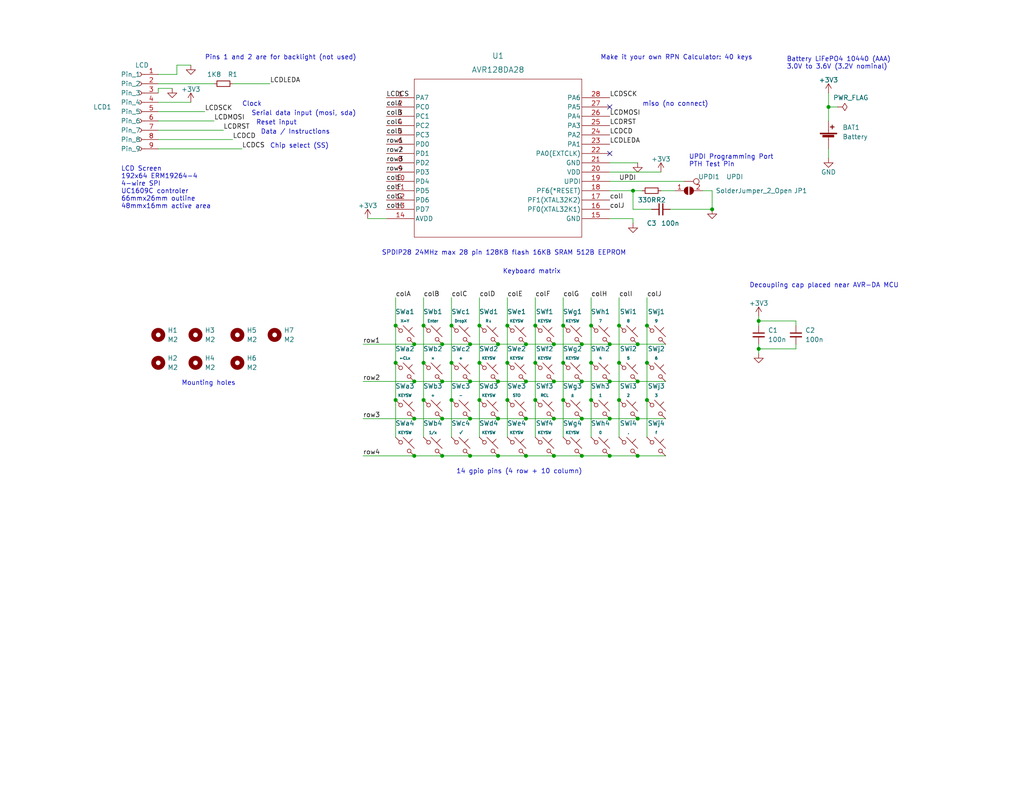
<source format=kicad_sch>
(kicad_sch (version 20211123) (generator eeschema)
  (paper "USLetter")
  (title_block (title "MiyoCalc40") (rev "1.0"))
  (lib_symbols
    (symbol "Connector:Conn_01x09_Female" (pin_names (offset 1.016))
      (property "Reference" "J" (at 0 12.7 0))
      (property "Value" "Conn_01x09_Female" (at 0 -12.7 0))
      (symbol "Conn_01x09_Female_1_1"
        (arc (start 0 -9.652) (mid -0.508 -10.16) (end 0 -10.668) (stroke (width 0.1524)))
        (arc (start 0 -7.112) (mid -0.508 -7.62) (end 0 -8.128) (stroke (width 0.1524)))
        (arc (start 0 -4.572) (mid -0.508 -5.08) (end 0 -5.588) (stroke (width 0.1524)))
        (arc (start 0 -2.032) (mid -0.508 -2.54) (end 0 -3.048) (stroke (width 0.1524)))
        (polyline (pts (xy -1.27 -10.16) (xy -0.508 -10.16)) (stroke (width 0.1524)))
        (polyline (pts (xy -1.27 -7.62) (xy -0.508 -7.62)) (stroke (width 0.1524)))
        (polyline (pts (xy -1.27 -5.08) (xy -0.508 -5.08)) (stroke (width 0.1524)))
        (polyline (pts (xy -1.27 -2.54) (xy -0.508 -2.54)) (stroke (width 0.1524)))
        (polyline (pts (xy -1.27 0) (xy -0.508 0)) (stroke (width 0.1524)))
        (polyline (pts (xy -1.27 2.54) (xy -0.508 2.54)) (stroke (width 0.1524)))
        (polyline (pts (xy -1.27 5.08) (xy -0.508 5.08)) (stroke (width 0.1524)))
        (polyline (pts (xy -1.27 7.62) (xy -0.508 7.62)) (stroke (width 0.1524)))
        (polyline (pts (xy -1.27 10.16) (xy -0.508 10.16)) (stroke (width 0.1524)))
        (arc (start 0 0.508) (mid -0.508 0) (end 0 -0.508) (stroke (width 0.1524)))
        (arc (start 0 3.048) (mid -0.508 2.54) (end 0 2.032) (stroke (width 0.1524)))
        (arc (start 0 5.588) (mid -0.508 5.08) (end 0 4.572) (stroke (width 0.1524)))
        (arc (start 0 8.128) (mid -0.508 7.62) (end 0 7.112) (stroke (width 0.1524)))
        (arc (start 0 10.668) (mid -0.508 10.16) (end 0 9.652) (stroke (width 0.1524)))
        (pin passive line (at -5.08 10.16 0) (length 3.81) (name "Pin_1") (number "1"))
        (pin passive line (at -5.08 7.62 0) (length 3.81) (name "Pin_2") (number "2"))
        (pin passive line (at -5.08 5.08 0) (length 3.81) (name "Pin_3") (number "3"))
        (pin passive line (at -5.08 2.54 0) (length 3.81) (name "Pin_4") (number "4"))
        (pin passive line (at -5.08 0 0) (length 3.81) (name "Pin_5") (number "5"))
        (pin passive line (at -5.08 -2.54 0) (length 3.81) (name "Pin_6") (number "6"))
        (pin passive line (at -5.08 -5.08 0) (length 3.81) (name "Pin_7") (number "7"))
        (pin passive line (at -5.08 -7.62 0) (length 3.81) (name "Pin_8") (number "8"))
        (pin passive line (at -5.08 -10.16 0) (length 3.81) (name "Pin_9") (number "9"))
      )
    )
    (symbol "Connector:TestPoint" (pin_numbers hide) (pin_names (offset 0.762) hide)
      (property "Reference" "TP" (at 0 6.858 0))
      (property "Value" "TestPoint" (at 0 5.08 0))
      (symbol "TestPoint_0_1"
        (circle (center 0 3.302) (radius 0.762))
      )
      (symbol "TestPoint_1_1"
        (pin passive line (at 0 0 90) (length 2.54) (name "1") (number "1"))
      )
    )
    (symbol "Device:Battery_Cell" (pin_numbers hide) (pin_names (offset 0) hide)
      (property "Reference" "BT" (at 2.54 2.54 0))
      (property "Value" "Battery_Cell" (at 2.54 0 0))
      (symbol "Battery_Cell_0_1"
        (rectangle (start -2.286 1.778) (end 2.286 1.524) (fill (type outline)))
        (rectangle (start -1.5748 1.1938) (end 1.4732 0.6858) (fill (type outline)))
        (polyline (pts (xy 0 0.762) (xy 0 0)))
        (polyline (pts (xy 0 1.778) (xy 0 2.54)))
        (polyline (pts (xy 0.508 3.429) (xy 1.524 3.429)) (stroke (width 0.254)))
        (polyline (pts (xy 1.016 3.937) (xy 1.016 2.921)) (stroke (width 0.254)))
      )
      (symbol "Battery_Cell_1_1"
        (pin passive line (at 0 5.08 270) (length 2.54) (name "+") (number "1"))
        (pin passive line (at 0 -2.54 90) (length 2.54) (name "-") (number "2"))
      )
    )
    (symbol "Jumper:SolderJumper_2_Open" (pin_names (offset 0) hide)
      (property "Reference" "JP" (at 0 2.032 0))
      (property "Value" "SolderJumper_2_Open" (at 0 -2.54 0))
      (symbol "SolderJumper_2_Open_0_1"
        (arc (start -0.254 1.016) (mid -1.27 0) (end -0.254 -1.016))
        (arc (start -0.254 1.016) (mid -1.27 0) (end -0.254 -1.016) (fill (type outline)))
        (polyline (pts (xy -0.254 1.016) (xy -0.254 -1.016)))
        (polyline (pts (xy 0.254 1.016) (xy 0.254 -1.016)))
        (arc (start 0.254 -1.016) (mid 1.27 0) (end 0.254 1.016))
        (arc (start 0.254 -1.016) (mid 1.27 0) (end 0.254 1.016) (fill (type outline)))
      )
      (symbol "SolderJumper_2_Open_1_1"
        (pin passive line (at -3.81 0 0) (length 2.54) (name "A") (number "1"))
        (pin passive line (at 3.81 0 180) (length 2.54) (name "B") (number "2"))
      )
    )
    (symbol "Mechanical:MountingHole" (pin_numbers hide) (pin_names (offset 1.016) hide)
      (property "Reference" "H" (at 0 5.08 0))
      (property "Value" "MountingHole" (at 0 3.175 0))
      (symbol "MountingHole_0_1"
        (circle (center 0 0) (radius 1.27) (stroke (width 1.27)))
      )
    )
    (symbol "MiyoCalcSymbolLibrary:AVR128DA28-I_SP" (pin_names (offset 0.254))
      (property "Reference" "U1" (at 30.48 11.43 0))
      (property "Value" "AVR128DA28-I_SP" (at 30.48 7.62 0))
      (symbol "AVR128DA28-I_SP_0_1"
        (polyline (pts (xy 7.62 -38.1) (xy 53.34 -38.1)) (stroke (width 0.127)))
        (polyline (pts (xy 7.62 5.08) (xy 7.62 -38.1)) (stroke (width 0.127)))
        (polyline (pts (xy 53.34 -38.1) (xy 53.34 5.08)) (stroke (width 0.127)))
        (polyline (pts (xy 53.34 5.08) (xy 7.62 5.08)) (stroke (width 0.127)))
        (pin bidirectional line (at 0 0 0) (length 7.62) (name "PA7") (number "1"))
        (pin bidirectional line (at 0 -22.86 0) (length 7.62) (name "PD4") (number "10"))
        (pin bidirectional line (at 0 -25.4 0) (length 7.62) (name "PD5") (number "11"))
        (pin bidirectional line (at 0 -27.94 0) (length 7.62) (name "PD6") (number "12"))
        (pin bidirectional line (at 0 -30.48 0) (length 7.62) (name "PD7") (number "13"))
        (pin power_in line (at 0 -33.02 0) (length 7.62) (name "AVDD") (number "14"))
        (pin passive line (at 60.96 -33.02 180) (length 7.62) (name "GND") (number "15"))
        (pin bidirectional line (at 60.96 -30.48 180) (length 7.62) (name "PF0(XTAL32K1)") (number "16"))
        (pin bidirectional line (at 60.96 -27.94 180) (length 7.62) (name "PF1(XTAL32K2)") (number "17"))
        (pin bidirectional line (at 60.96 -25.4 180) (length 7.62) (name "PF6(*RESET)") (number "18"))
        (pin bidirectional line (at 60.96 -22.86 180) (length 7.62) (name "UPDI") (number "19"))
        (pin bidirectional line (at 0 -2.54 0) (length 7.62) (name "PC0") (number "2"))
        (pin power_in line (at 60.96 -20.32 180) (length 7.62) (name "VDD") (number "20"))
        (pin power_out line (at 60.96 -17.78 180) (length 7.62) (name "GND") (number "21"))
        (pin bidirectional line (at 60.96 -15.24 180) (length 7.62) (name "PA0(EXTCLK)") (number "22"))
        (pin bidirectional line (at 60.96 -12.7 180) (length 7.62) (name "PA1") (number "23"))
        (pin bidirectional line (at 60.96 -10.16 180) (length 7.62) (name "PA2") (number "24"))
        (pin bidirectional line (at 60.96 -7.62 180) (length 7.62) (name "PA3") (number "25"))
        (pin bidirectional line (at 60.96 -5.08 180) (length 7.62) (name "PA4") (number "26"))
        (pin bidirectional line (at 60.96 -2.54 180) (length 7.62) (name "PA5") (number "27"))
        (pin bidirectional line (at 60.96 0 180) (length 7.62) (name "PA6") (number "28"))
        (pin bidirectional line (at 0 -5.08 0) (length 7.62) (name "PC1") (number "3"))
        (pin bidirectional line (at 0 -7.62 0) (length 7.62) (name "PC2") (number "4"))
        (pin bidirectional line (at 0 -10.16 0) (length 7.62) (name "PC3") (number "5"))
        (pin bidirectional line (at 0 -12.7 0) (length 7.62) (name "PD0") (number "6"))
        (pin bidirectional line (at 0 -15.24 0) (length 7.62) (name "PD1") (number "7"))
        (pin bidirectional line (at 0 -17.78 0) (length 7.62) (name "PD2") (number "8"))
        (pin bidirectional line (at 0 -20.32 0) (length 7.62) (name "PD3") (number "9"))
      )
    )
    (symbol "MiyoCalcSymbolLibrary:C_Small" (pin_numbers hide) (pin_names (offset 0.254) hide)
      (property "Reference" "C" (at 0.254 1.778 0))
      (property "Value" "C_Small" (at 0.254 -2.032 0))
      (symbol "C_Small_0_1"
        (polyline (pts (xy -1.524 -0.508) (xy 1.524 -0.508)) (stroke (width 0.3302)))
        (polyline (pts (xy -1.524 0.508) (xy 1.524 0.508)) (stroke (width 0.3048)))
      )
      (symbol "C_Small_1_1"
        (pin passive line (at 0 2.54 270) (length 2.032) (name "~") (number "1"))
        (pin passive line (at 0 -2.54 90) (length 2.032) (name "~") (number "2"))
      )
    )
    (symbol "MiyoCalcSymbolLibrary:Device_R_Small" (pin_numbers hide) (pin_names (offset 0.254) hide)
      (property "Reference" "R" (at 0.762 0.508 0))
      (property "Value" "Device_R_Small" (at 0.762 -1.016 0))
      (symbol "Device_R_Small_0_1"
        (rectangle (start -0.762 1.778) (end 0.762 -1.778) (stroke (width 0.2032)))
      )
      (symbol "Device_R_Small_1_1"
        (pin passive line (at 0 2.54 270) (length 0.762) (name "~") (number "1"))
        (pin passive line (at 0 -2.54 90) (length 0.762) (name "~") (number "2"))
      )
    )
    (symbol "MountingHole_1" (pin_names (offset 1.016))
      (property "Reference" "H" (at 0 5.08 0))
      (property "Value" "MountingHole_1" (at 0 3.175 0))
      (symbol "MountingHole_1_0_1"
        (circle (center 0 0) (radius 1.27) (stroke (width 1.27)))
      )
    )
    (symbol "Switch:SW_Push_45deg" (pin_numbers hide) (pin_names (offset 1.016) hide)
      (property "Reference" "SW" (at 3.048 1.016 0))
      (property "Value" "SW_Push_45deg" (at 0 -3.81 0))
      (symbol "SW_Push_45deg_0_1"
        (circle (center -1.1684 1.1684) (radius 0.508))
        (polyline (pts (xy -0.508 2.54) (xy 2.54 -0.508)))
        (polyline (pts (xy 1.016 1.016) (xy 2.032 2.032)))
        (polyline (pts (xy -2.54 2.54) (xy -1.524 1.524) (xy -1.524 1.524)))
        (polyline (pts (xy 1.524 -1.524) (xy 2.54 -2.54) (xy 2.54 -2.54) (xy 2.54 -2.54)))
        (circle (center 1.143 -1.1938) (radius 0.508))
        (pin passive line (at -2.54 2.54 0) (length 0) (name "1") (number "1"))
        (pin passive line (at 2.54 -2.54 180) (length 0) (name "2") (number "2"))
      )
    )
    (symbol "power:+3.3V" (power) (pin_names (offset 0))
      (property "Value" "+3.3V" (at 0 3.556 0))
      (symbol "+3.3V_0_1"
        (polyline (pts (xy -0.762 1.27) (xy 0 2.54)))
        (polyline (pts (xy 0 0) (xy 0 2.54)))
        (polyline (pts (xy 0 2.54) (xy 0.762 1.27)))
      )
      (symbol "+3.3V_1_1"
        (pin power_in line (at 0 0 90) (length 0) hide (name "+3V3") (number "1"))
      )
    )
    (symbol "power:GND" (power) (pin_names (offset 0))
      (property "Value" "GND" (at 0 -3.81 0))
      (symbol "GND_0_1"
        (polyline (pts (xy 0 0) (xy 0 -1.27) (xy 1.27 -1.27) (xy 0 -2.54) (xy -1.27 -1.27) (xy 0 -1.27)))
      )
      (symbol "GND_1_1"
        (pin power_in line (at 0 0 270) (length 0) hide (name "GND") (number "1"))
      )
    )
    (symbol "power:PWR_FLAG" (power) (pin_numbers hide) (pin_names (offset 0) hide)
      (property "Value" "PWR_FLAG" (at 0 3.81 0))
      (symbol "PWR_FLAG_0_0"
        (pin power_out line (at 0 0 90) (length 0) (name "pwr") (number "1"))
      )
      (symbol "PWR_FLAG_0_1"
        (polyline (pts (xy 0 0) (xy 0 1.27) (xy -1.016 1.905) (xy 0 2.54) (xy 1.016 1.905) (xy 0 1.27)))
      )
    )
  )
  (junction (at 107.95 99.06))
  (junction (at 226.06 29.21))
  (junction (at 166.37 104.14))
  (junction (at 158.75 93.98))
  (junction (at 135.89 124.46))
  (junction (at 176.53 109.22))
  (junction (at 168.91 99.06))
  (junction (at 166.37 114.3))
  (junction (at 113.03 104.14))
  (junction (at 115.57 99.06))
  (junction (at 138.43 88.9))
  (junction (at 173.99 114.3))
  (junction (at 151.13 104.14))
  (junction (at 176.53 88.9))
  (junction (at 107.95 109.22))
  (junction (at 128.27 114.3))
  (junction (at 151.13 114.3))
  (junction (at 135.89 104.14))
  (junction (at 135.89 93.98))
  (junction (at 172.72 52.07))
  (junction (at 158.75 104.14))
  (junction (at 166.37 93.98))
  (junction (at 153.67 109.22))
  (junction (at 113.03 124.46))
  (junction (at 128.27 93.98))
  (junction (at 173.99 104.14))
  (junction (at 176.53 99.06))
  (junction (at 143.51 124.46))
  (junction (at 207.01 95.25))
  (junction (at 173.99 93.98))
  (junction (at 128.27 124.46))
  (junction (at 143.51 104.14))
  (junction (at 151.13 93.98))
  (junction (at 194.31 57.15))
  (junction (at 107.95 88.9))
  (junction (at 143.51 114.3))
  (junction (at 113.03 93.98))
  (junction (at 115.57 109.22))
  (junction (at 153.67 88.9))
  (junction (at 173.99 124.46))
  (junction (at 135.89 114.3))
  (junction (at 113.03 114.3))
  (junction (at 130.81 109.22))
  (junction (at 120.65 124.46))
  (junction (at 138.43 99.06))
  (junction (at 120.65 93.98))
  (junction (at 130.81 88.9))
  (junction (at 161.29 99.06))
  (junction (at 153.67 99.06))
  (junction (at 166.37 124.46))
  (junction (at 161.29 88.9))
  (junction (at 143.51 93.98))
  (junction (at 168.91 88.9))
  (junction (at 123.19 109.22))
  (junction (at 151.13 124.46))
  (junction (at 130.81 99.06))
  (junction (at 123.19 88.9))
  (junction (at 161.29 109.22))
  (junction (at 128.27 104.14))
  (junction (at 123.19 99.06))
  (junction (at 146.05 88.9))
  (junction (at 138.43 109.22))
  (junction (at 120.65 114.3))
  (junction (at 158.75 114.3))
  (junction (at 158.75 124.46))
  (junction (at 115.57 88.9))
  (junction (at 207.01 87.63))
  (junction (at 146.05 109.22))
  (junction (at 168.91 109.22))
  (junction (at 146.05 99.06))
  (junction (at 120.65 104.14))
  (no_connect (at 166.37 29.21))
  (no_connect (at 166.37 41.91))
  (wire (pts (xy 158.75 114.3) (xy 166.37 114.3)))
  (wire (pts (xy 143.51 104.14) (xy 151.13 104.14)))
  (wire (pts (xy 168.91 81.28) (xy 168.91 88.9)))
  (wire (pts (xy 43.18 27.94) (xy 52.07 27.94)))
  (wire (pts (xy 207.01 86.36) (xy 207.01 87.63)))
  (wire (pts (xy 99.06 124.46) (xy 113.03 124.46)))
  (wire (pts (xy 146.05 88.9) (xy 146.05 99.06)))
  (wire (pts (xy 135.89 93.98) (xy 143.51 93.98)))
  (wire (pts (xy 43.18 30.48) (xy 55.88 30.48)))
  (wire (pts (xy 173.99 124.46) (xy 181.61 124.46)))
  (wire (pts (xy 166.37 59.69) (xy 172.72 59.69)))
  (wire (pts (xy 107.95 88.9) (xy 107.95 99.06)))
  (wire (pts (xy 135.89 114.3) (xy 143.51 114.3)))
  (wire (pts (xy 217.17 87.63) (xy 217.17 88.9)))
  (wire (pts (xy 135.89 124.46) (xy 143.51 124.46)))
  (wire (pts (xy 107.95 99.06) (xy 107.95 109.22)))
  (wire (pts (xy 123.19 99.06) (xy 123.19 109.22)))
  (wire (pts (xy 172.72 52.07) (xy 172.72 57.15)))
  (wire (pts (xy 158.75 124.46) (xy 166.37 124.46)))
  (wire (pts (xy 115.57 88.9) (xy 115.57 99.06)))
  (wire (pts (xy 166.37 93.98) (xy 173.99 93.98)))
  (wire (pts (xy 123.19 81.28) (xy 123.19 88.9)))
  (wire (pts (xy 191.77 52.07) (xy 194.31 52.07)))
  (wire (pts (xy 207.01 95.25) (xy 207.01 96.52)))
  (wire (pts (xy 113.03 124.46) (xy 120.65 124.46)))
  (wire (pts (xy 146.05 81.28) (xy 146.05 88.9)))
  (wire (pts (xy 194.31 52.07) (xy 194.31 57.15)))
  (wire (pts (xy 130.81 81.28) (xy 130.81 88.9)))
  (wire (pts (xy 161.29 88.9) (xy 161.29 99.06)))
  (wire (pts (xy 63.5 22.86) (xy 73.66 22.86)))
  (wire (pts (xy 135.89 104.14) (xy 143.51 104.14)))
  (wire (pts (xy 176.53 88.9) (xy 176.53 99.06)))
  (wire (pts (xy 120.65 93.98) (xy 128.27 93.98)))
  (wire (pts (xy 173.99 93.98) (xy 181.61 93.98)))
  (wire (pts (xy 128.27 104.14) (xy 135.89 104.14)))
  (wire (pts (xy 168.91 88.9) (xy 168.91 99.06)))
  (wire (pts (xy 123.19 109.22) (xy 123.19 119.38)))
  (wire (pts (xy 138.43 81.28) (xy 138.43 88.9)))
  (wire (pts (xy 128.27 114.3) (xy 135.89 114.3)))
  (wire (pts (xy 128.27 124.46) (xy 135.89 124.46)))
  (wire (pts (xy 43.18 33.02) (xy 58.42 33.02)))
  (wire (pts (xy 168.91 99.06) (xy 168.91 109.22)))
  (wire (pts (xy 115.57 81.28) (xy 115.57 88.9)))
  (wire (pts (xy 172.72 57.15) (xy 177.8 57.15)))
  (wire (pts (xy 43.18 24.13) (xy 46.99 24.13)))
  (wire (pts (xy 166.37 104.14) (xy 173.99 104.14)))
  (wire (pts (xy 43.18 22.86) (xy 58.42 22.86)))
  (wire (pts (xy 153.67 99.06) (xy 153.67 109.22)))
  (wire (pts (xy 48.26 20.32) (xy 48.26 17.78)))
  (wire (pts (xy 151.13 124.46) (xy 158.75 124.46)))
  (wire (pts (xy 151.13 104.14) (xy 158.75 104.14)))
  (wire (pts (xy 43.18 25.4) (xy 43.18 24.13)))
  (wire (pts (xy 99.06 114.3) (xy 113.03 114.3)))
  (wire (pts (xy 207.01 88.9) (xy 207.01 87.63)))
  (wire (pts (xy 158.75 93.98) (xy 166.37 93.98)))
  (wire (pts (xy 153.67 109.22) (xy 153.67 119.38)))
  (wire (pts (xy 143.51 93.98) (xy 151.13 93.98)))
  (wire (pts (xy 166.37 44.45) (xy 173.99 44.45)))
  (wire (pts (xy 43.18 40.64) (xy 66.04 40.64)))
  (wire (pts (xy 166.37 124.46) (xy 173.99 124.46)))
  (wire (pts (xy 166.37 49.53) (xy 186.69 49.53)))
  (wire (pts (xy 180.34 52.07) (xy 184.15 52.07)))
  (wire (pts (xy 138.43 88.9) (xy 138.43 99.06)))
  (wire (pts (xy 153.67 81.28) (xy 153.67 88.9)))
  (wire (pts (xy 138.43 109.22) (xy 138.43 119.38)))
  (wire (pts (xy 173.99 104.14) (xy 181.61 104.14)))
  (wire (pts (xy 138.43 99.06) (xy 138.43 109.22)))
  (wire (pts (xy 107.95 109.22) (xy 107.95 119.38)))
  (wire (pts (xy 43.18 38.1) (xy 63.5 38.1)))
  (wire (pts (xy 43.18 20.32) (xy 48.26 20.32)))
  (wire (pts (xy 115.57 109.22) (xy 115.57 119.38)))
  (wire (pts (xy 226.06 29.21) (xy 226.06 33.02)))
  (wire (pts (xy 166.37 52.07) (xy 172.72 52.07)))
  (wire (pts (xy 143.51 124.46) (xy 151.13 124.46)))
  (wire (pts (xy 176.53 99.06) (xy 176.53 109.22)))
  (wire (pts (xy 176.53 109.22) (xy 176.53 119.38)))
  (wire (pts (xy 128.27 93.98) (xy 135.89 93.98)))
  (wire (pts (xy 143.51 114.3) (xy 151.13 114.3)))
  (wire (pts (xy 161.29 99.06) (xy 161.29 109.22)))
  (wire (pts (xy 158.75 104.14) (xy 166.37 104.14)))
  (wire (pts (xy 207.01 87.63) (xy 217.17 87.63)))
  (wire (pts (xy 207.01 95.25) (xy 217.17 95.25)))
  (wire (pts (xy 130.81 109.22) (xy 130.81 119.38)))
  (wire (pts (xy 146.05 99.06) (xy 146.05 109.22)))
  (wire (pts (xy 207.01 93.98) (xy 207.01 95.25)))
  (wire (pts (xy 130.81 99.06) (xy 130.81 109.22)))
  (wire (pts (xy 100.33 59.69) (xy 105.41 59.69)))
  (wire (pts (xy 172.72 59.69) (xy 172.72 60.96)))
  (wire (pts (xy 226.06 40.64) (xy 226.06 43.18)))
  (wire (pts (xy 228.6 29.21) (xy 226.06 29.21)))
  (wire (pts (xy 120.65 114.3) (xy 128.27 114.3)))
  (wire (pts (xy 151.13 114.3) (xy 158.75 114.3)))
  (wire (pts (xy 99.06 93.98) (xy 113.03 93.98)))
  (wire (pts (xy 151.13 93.98) (xy 158.75 93.98)))
  (wire (pts (xy 107.95 81.28) (xy 107.95 88.9)))
  (wire (pts (xy 48.26 17.78) (xy 52.07 17.78)))
  (wire (pts (xy 120.65 124.46) (xy 128.27 124.46)))
  (wire (pts (xy 182.88 57.15) (xy 194.31 57.15)))
  (wire (pts (xy 113.03 93.98) (xy 120.65 93.98)))
  (wire (pts (xy 43.18 35.56) (xy 60.96 35.56)))
  (wire (pts (xy 226.06 25.4) (xy 226.06 29.21)))
  (wire (pts (xy 123.19 88.9) (xy 123.19 99.06)))
  (wire (pts (xy 120.65 104.14) (xy 128.27 104.14)))
  (wire (pts (xy 113.03 104.14) (xy 120.65 104.14)))
  (wire (pts (xy 153.67 88.9) (xy 153.67 99.06)))
  (wire (pts (xy 161.29 81.28) (xy 161.29 88.9)))
  (wire (pts (xy 217.17 95.25) (xy 217.17 93.98)))
  (wire (pts (xy 130.81 88.9) (xy 130.81 99.06)))
  (wire (pts (xy 166.37 46.99) (xy 180.34 46.99)))
  (wire (pts (xy 176.53 81.28) (xy 176.53 88.9)))
  (wire (pts (xy 168.91 109.22) (xy 168.91 119.38)))
  (wire (pts (xy 173.99 114.3) (xy 181.61 114.3)))
  (wire (pts (xy 161.29 109.22) (xy 161.29 119.38)))
  (wire (pts (xy 99.06 104.14) (xy 113.03 104.14)))
  (wire (pts (xy 166.37 114.3) (xy 173.99 114.3)))
  (wire (pts (xy 115.57 99.06) (xy 115.57 109.22)))
  (wire (pts (xy 172.72 52.07) (xy 175.26 52.07)))
  (wire (pts (xy 146.05 109.22) (xy 146.05 119.38)))
  (wire (pts (xy 113.03 114.3) (xy 120.65 114.3)))
  (text "Pins 1 and 2 are for backlight (not used)" (at 55.88 16.51 0) (effects (font (size 1.27 1.27)) (justify left bottom)))
  (text "miso (no connect)" (at 175.26 29.21 0) (effects (font (size 1.27 1.27)) (justify left bottom)))
  (text "Battery LiFePO4 10440 (AAA)\n3.0V to 3.6V (3.2V nominal)" (at 214.63 19.05 0) (effects (font (size 1.27 1.27)) (justify left bottom)))
  (text "Decoupling cap placed near AVR-DA MCU" (at 204.47 78.74 0) (effects (font (size 1.27 1.27)) (justify left bottom)))
  (text "Clock" (at 66.04 29.21 0) (effects (font (size 1.27 1.27)) (justify left bottom)))
  (text "Make it your own RPN Calculator: 40 keys" (at 163.83 16.51 0) (effects (font (size 1.27 1.27)) (justify left bottom)))
  (text "Data / Instructions" (at 71.12 36.83 0) (effects (font (size 1.27 1.27)) (justify left bottom)))
  (text "Reset input" (at 69.85 34.29 0) (effects (font (size 1.27 1.27)) (justify left bottom)))
  (text "14 gpio pins (4 row + 10 column)" (at 124.46 129.54 0) (effects (font (size 1.27 1.27)) (justify left bottom)))
  (text "LCD Screen\n192x64 ERM19264-4\n4-wire SPI\nUC1609C controler\n66mmx26mm outline\n48mmx16mm active area" (at 33.02 57.15 0) (effects (font (size 1.27 1.27)) (justify left bottom)))
  (text "UPDI Programming Port\nPTH Test Pin" (at 187.96 45.72 0) (effects (font (size 1.27 1.27)) (justify left bottom)))
  (text "Serial data input (mosi, sda)" (at 68.58 31.75 0) (effects (font (size 1.27 1.27)) (justify left bottom)))
  (text "Keyboard matrix" (at 137.16 74.93 0) (effects (font (size 1.27 1.27)) (justify left bottom)))
  (text "Mounting holes" (at 49.53 105.41 0) (effects (font (size 1.27 1.27)) (justify left bottom)))
  (text "SPDIP28 24MHz max 28 pin 128KB flash 16KB SRAM 512B EEPROM" (at 104.14 69.85 0) (effects (font (size 1.27 1.27)) (justify left bottom)))
  (text "Chip select (SS)" (at 73.66 40.64 0) (effects (font (size 1.27 1.27)) (justify left bottom)))
  (label "row2" (at 105.41 41.91 0))
  (label "LCDMOSI" (at 58.42 33.02 0))
  (label "colG" (at 105.41 54.61 0))
  (label "colJ" (at 176.53 81.28 0))
  (label "LCDCS" (at 105.41 26.67 0))
  (label "colH" (at 105.41 57.15 0))
  (label "colF" (at 105.41 52.07 0))
  (label "colB" (at 105.41 31.75 0))
  (label "colA" (at 105.41 29.21 0))
  (label "row4" (at 105.41 46.99 0))
  (label "colJ" (at 166.37 57.15 0))
  (label "colH" (at 161.29 81.28 0))
  (label "LCDRST" (at 60.96 35.56 0))
  (label "LCDMOSI" (at 166.37 31.75 0))
  (label "colB" (at 115.57 81.28 0))
  (label "row2" (at 99.06 104.14 0))
  (label "row1" (at 99.06 93.98 0))
  (label "LCDRST" (at 166.37 34.29 0))
  (label "LCDLEDA" (at 166.37 39.37 0))
  (label "UPDI" (at 168.91 49.53 0))
  (label "colI" (at 166.37 54.61 0))
  (label "row4" (at 99.06 124.46 0))
  (label "colE" (at 105.41 49.53 0))
  (label "colC" (at 123.19 81.28 0))
  (label "colC" (at 105.41 34.29 0))
  (label "colD" (at 130.81 81.28 0))
  (label "colD" (at 105.41 36.83 0))
  (label "colA" (at 107.95 81.28 0))
  (label "row3" (at 99.06 114.3 0))
  (label "LCDCD" (at 63.5 38.1 0))
  (label "row3" (at 105.41 44.45 0))
  (label "colF" (at 146.05 81.28 0))
  (label "colI" (at 168.91 81.28 0))
  (label "LCDLEDA" (at 73.66 22.86 0))
  (label "LCDCS" (at 66.04 40.64 0))
  (label "LCDSCK" (at 166.37 26.67 0))
  (label "LCDCD" (at 166.37 36.83 0))
  (label "row1" (at 105.41 39.37 0))
  (label "colE" (at 138.43 81.28 0))
  (label "LCDSCK" (at 55.88 30.48 0))
  (label "colG" (at 153.67 81.28 0))
  (symbol (lib_id "Switch:SW_Push_45deg") (at 148.59 111.76 0) (unit 1)
    (property "Reference" "SWf3" (at 148.59 105.41 0))
    (property "Value" "RCL" (at 148.59 107.95 0) (effects (font (size 0.75 0.75))))
    (property "Footprint" "MiyoCalc footprints:SW_PUSH_6mm" (effects hide))
  )
  (symbol (lib_id "Switch:SW_Push_45deg") (at 118.11 121.92 0) (unit 1)
    (property "Reference" "SWb4" (at 118.11 115.57 0))
    (property "Value" "1{slash}x" (at 118.11 118.11 0) (effects (font (size 0.75 0.75))))
    (property "Footprint" "MiyoCalc footprints:SW_PUSH_6mm" (effects hide))
  )
  (symbol (lib_id "Switch:SW_Push_45deg") (at 163.83 121.92 0) (unit 1)
    (property "Reference" "SWh4" (at 163.83 115.57 0))
    (property "Value" "0" (at 163.83 118.11 0) (effects (font (size 0.75 0.75))))
    (property "Footprint" "MiyoCalc footprints:SW_PUSH_6mm" (effects hide))
  )
  (symbol (lib_id "Jumper:SolderJumper_2_Open") (at 187.96 52.07 0) (unit 1)
    (property "Reference" "JP1" (at 218.44 52.07 0))
    (property "Value" "SolderJumper_2_Open" (at 205.74 52.07 0))
    (property "Footprint" "MiyoCalc footprints:Reset Jumper" (effects hide))
  )
  (symbol (lib_id "Switch:SW_Push_45deg") (at 148.59 121.92 0) (unit 1)
    (property "Reference" "SWf4" (at 148.59 115.57 0))
    (property "Value" "KEYSW" (at 148.59 118.11 0) (effects (font (size 0.75 0.75))))
    (property "Footprint" "MiyoCalc footprints:SW_PUSH_6mm" (effects hide))
  )
  (symbol (lib_id "MiyoCalcSymbolLibrary:C_Small") (at 180.34 57.15 90) (unit 1)
    (property "Reference" "C3" (at 177.8 60.96 90))
    (property "Value" "100n" (at 182.88 60.96 90))
    (property "Footprint" "MiyoCalc footprints:C_Disc_D4.3mm_W1.9mm_P5.00mm" (effects hide))
  )
  (symbol (lib_id "Switch:SW_Push_45deg") (at 125.73 101.6 0) (unit 1)
    (property "Reference" "SWc2" (at 125.73 95.25 0))
    (property "Value" "÷" (at 125.73 97.79 0) (effects (font (size 0.75 0.75))))
    (property "Footprint" "MiyoCalc footprints:SW_PUSH_6mm" (effects hide))
  )
  (symbol (lib_id "Switch:SW_Push_45deg") (at 140.97 111.76 0) (unit 1)
    (property "Reference" "SWe3" (at 140.97 105.41 0))
    (property "Value" "STO" (at 140.97 107.95 0) (effects (font (size 0.75 0.75))))
    (property "Footprint" "MiyoCalc footprints:SW_PUSH_6mm" (effects hide))
  )
  (symbol (lib_id "Mechanical:MountingHole") (at 74.93 91.44 0) (unit 1) (in_bom no)
    (property "Reference" "H7" (at 77.47 90.1699 0) (effects (justify left)))
    (property "Value" "M2" (at 77.47 92.7099 0) (effects (justify left)))
    (property "Footprint" "MiyoCalc footprints:MountingHole" (effects hide))
  )
  (symbol (lib_id "Switch:SW_Push_45deg") (at 171.45 121.92 0) (unit 1)
    (property "Reference" "SWi4" (at 171.45 115.57 0))
    (property "Value" "." (at 171.45 118.11 0) (effects (font (size 0.75 0.75))))
    (property "Footprint" "MiyoCalc footprints:SW_PUSH_6mm" (effects hide))
  )
  (symbol (lib_id "Switch:SW_Push_45deg") (at 179.07 121.92 0) (unit 1)
    (property "Reference" "SWj4" (at 179.07 115.57 0))
    (property "Value" "f" (at 179.07 118.11 0) (effects (font (size 0.75 0.75))))
    (property "Footprint" "MiyoCalc footprints:SW_PUSH_6mm" (effects hide))
  )
  (symbol (lib_id "MiyoCalcSymbolLibrary:AVR128DA28-I_SP") (at 105.41 26.67 0) (unit 1)
    (property "Reference" "U1" (at 135.89 15.24 0) (effects (font (size 1.524 1.524))))
    (property "Value" "AVR128DA28" (at 135.89 19.05 0) (effects (font (size 1.524 1.524))))
    (property "Footprint" "MiyoCalc footprints:DIP-28_W7.62mm_Socket" (effects hide))
    (property "Datasheet" "AVR128DA28-I/SP" (effects hide))
  )
  (symbol (lib_id "Switch:SW_Push_45deg") (at 125.73 91.44 0) (unit 1)
    (property "Reference" "SWc1" (at 125.73 85.09 0))
    (property "Value" "DropX" (at 125.73 87.63 0) (effects (font (size 0.75 0.75))))
    (property "Footprint" "MiyoCalc footprints:SW_PUSH_6mm" (effects hide))
  )
  (symbol (lib_id "Switch:SW_Push_45deg") (at 125.73 121.92 0) (unit 1)
    (property "Reference" "SWc4" (at 125.73 115.57 0))
    (property "Value" "√" (at 125.73 118.11 0) (effects (font (size 0.75 0.75))))
    (property "Footprint" "MiyoCalc footprints:SW_PUSH_6mm" (effects hide))
  )
  (symbol (lib_id "Switch:SW_Push_45deg") (at 179.07 91.44 0) (unit 1)
    (property "Reference" "SWj1" (at 179.07 85.09 0))
    (property "Value" "9" (at 179.07 87.63 0) (effects (font (size 0.75 0.75))))
    (property "Footprint" "MiyoCalc footprints:SW_PUSH_6mm" (effects hide))
  )
  (symbol (lib_id "Device:Battery_Cell") (at 226.06 38.1 0) (unit 1)
    (property "Reference" "BAT1" (at 229.87 34.7979 0) (effects (justify left)))
    (property "Value" "Battery" (at 229.87 37.3379 0) (effects (justify left)))
    (property "Footprint" "MiyoCalc footprints:BatteryHolder_AAA" (effects hide))
  )
  (symbol (lib_id "Switch:SW_Push_45deg") (at 179.07 111.76 0) (unit 1)
    (property "Reference" "SWj3" (at 179.07 105.41 0))
    (property "Value" "3" (at 179.07 107.95 0) (effects (font (size 0.75 0.75))))
    (property "Footprint" "MiyoCalc footprints:SW_PUSH_6mm" (effects hide))
  )
  (symbol (lib_id "MiyoCalcSymbolLibrary:C_Small") (at 207.01 91.44 0) (unit 1)
    (property "Reference" "C1" (at 209.55 90.1762 0) (effects (justify left)))
    (property "Value" "100n" (at 209.55 92.7162 0) (effects (justify left)))
    (property "Footprint" "MiyoCalc footprints:C_Disc_D4.3mm_W1.9mm_P5.00mm" (effects hide))
  )
  (symbol (lib_name "MountingHole_1") (lib_id "Mechanical:MountingHole") (at 43.18 99.06 0) (unit 1)
    (property "Reference" "H2" (at 45.72 97.7899 0) (effects (justify left)))
    (property "Value" "M2" (at 45.72 100.3299 0) (effects (justify left)))
    (property "Footprint" "MiyoCalc footprints:MountingHole" (effects hide))
  )
  (symbol (lib_id "power:GND") (at 207.01 96.52 0) (unit 1)
    (property "Reference" "#PWR0102" (effects hide))
    (property "Value" "GND" (effects hide))
  )
  (symbol (lib_id "power:+3.3V") (at 226.06 25.4 0) (unit 1)
    (property "Reference" "#PWR0106" (effects hide))
    (property "Value" "+3.3V" (at 226.06 21.844 0))
  )
  (symbol (lib_id "Switch:SW_Push_45deg") (at 171.45 91.44 0) (unit 1)
    (property "Reference" "SWi1" (at 171.45 85.09 0))
    (property "Value" "8" (at 171.45 87.63 0) (effects (font (size 0.75 0.75))))
    (property "Footprint" "MiyoCalc footprints:SW_PUSH_6mm" (effects hide))
  )
  (symbol (lib_id "MiyoCalcSymbolLibrary:C_Small") (at 217.17 91.44 0) (unit 1)
    (property "Reference" "C2" (at 219.71 90.1762 0) (effects (justify left)))
    (property "Value" "100n" (at 219.71 92.7162 0) (effects (justify left)))
    (property "Footprint" "MiyoCalc footprints:C_Disc_D4.3mm_W1.9mm_P5.00mm" (effects hide))
  )
  (symbol (lib_id "MiyoCalcSymbolLibrary:Device_R_Small") (at 177.8 52.07 90) (unit 1)
    (property "Reference" "R2" (at 180.34 54.61 90))
    (property "Value" "330R" (at 176.53 54.61 90))
    (property "Footprint" "Resistor_THT_AKL:R_Axial_DIN0204_L3.6mm_D1.6mm_P5.08mm_Horizontal" (effects hide))
    (property "Datasheet" "1/6W CFR 5% YAGEO" (effects hide))
  )
  (symbol (lib_id "power:PWR_FLAG") (at 228.6 29.21 270) (unit 1)
    (property "Reference" "#FLG0101" (effects hide))
    (property "Value" "PWR_FLAG" (at 227.33 26.67 90) (effects (justify left)))
  )
  (symbol (lib_id "power:+3.3V") (at 100.33 59.69 0) (unit 1)
    (property "Reference" "#PWR0108" (effects hide))
    (property "Value" "+3.3V" (at 100.33 56.134 0))
  )
  (symbol (lib_id "Switch:SW_Push_45deg") (at 110.49 111.76 0) (unit 1)
    (property "Reference" "SWa3" (at 110.49 105.41 0))
    (property "Value" "KEYSW" (at 110.49 107.95 0) (effects (font (size 0.75 0.75))))
    (property "Footprint" "MiyoCalc footprints:SW_PUSH_6mm" (effects hide))
  )
  (symbol (lib_id "Switch:SW_Push_45deg") (at 163.83 111.76 0) (unit 1)
    (property "Reference" "SWh3" (at 163.83 105.41 0))
    (property "Value" "1" (at 163.83 107.95 0) (effects (font (size 0.75 0.75))))
    (property "Footprint" "MiyoCalc footprints:SW_PUSH_6mm" (effects hide))
  )
  (symbol (lib_id "Mechanical:MountingHole") (at 53.34 91.44 0) (unit 1) (in_bom no)
    (property "Reference" "H3" (at 55.88 90.1699 0) (effects (justify left)))
    (property "Value" "M2" (at 55.88 92.7099 0) (effects (justify left)))
    (property "Footprint" "MiyoCalc footprints:MountingHole" (effects hide))
  )
  (symbol (lib_id "Switch:SW_Push_45deg") (at 140.97 101.6 0) (unit 1)
    (property "Reference" "SWe2" (at 140.97 95.25 0))
    (property "Value" "KEYSW" (at 140.97 97.79 0) (effects (font (size 0.75 0.75))))
    (property "Footprint" "MiyoCalc footprints:SW_PUSH_6mm" (effects hide))
  )
  (symbol (lib_id "Mechanical:MountingHole") (at 64.77 91.44 0) (unit 1) (in_bom no)
    (property "Reference" "H5" (at 67.31 90.1699 0) (effects (justify left)))
    (property "Value" "M2" (at 67.31 92.7099 0) (effects (justify left)))
    (property "Footprint" "MiyoCalc footprints:MountingHole" (effects hide))
  )
  (symbol (lib_id "Switch:SW_Push_45deg") (at 171.45 101.6 0) (unit 1)
    (property "Reference" "SWi2" (at 171.45 95.25 0))
    (property "Value" "5" (at 171.45 97.79 0) (effects (font (size 0.75 0.75))))
    (property "Footprint" "MiyoCalc footprints:SW_PUSH_6mm" (effects hide))
  )
  (symbol (lib_id "Switch:SW_Push_45deg") (at 179.07 101.6 0) (unit 1)
    (property "Reference" "SWj2" (at 179.07 95.25 0))
    (property "Value" "6" (at 179.07 97.79 0) (effects (font (size 0.75 0.75))))
    (property "Footprint" "MiyoCalc footprints:SW_PUSH_6mm" (effects hide))
  )
  (symbol (lib_id "power:+3.3V") (at 180.34 46.99 0) (unit 1)
    (property "Reference" "#PWR0105" (effects hide))
    (property "Value" "+3.3V" (at 180.34 43.434 0))
  )
  (symbol (lib_id "Switch:SW_Push_45deg") (at 133.35 91.44 0) (unit 1)
    (property "Reference" "SWd1" (at 133.35 85.09 0))
    (property "Value" "R↓" (at 133.35 87.63 0) (effects (font (size 0.75 0.75))))
    (property "Footprint" "MiyoCalc footprints:SW_PUSH_6mm" (effects hide))
  )
  (symbol (lib_id "power:+3.3V") (at 207.01 86.36 0) (unit 1)
    (property "Reference" "#PWR0107" (effects hide))
    (property "Value" "+3.3V" (at 207.01 82.804 0))
  )
  (symbol (lib_id "Switch:SW_Push_45deg") (at 140.97 91.44 0) (unit 1)
    (property "Reference" "SWe1" (at 140.97 85.09 0))
    (property "Value" "KEYSW" (at 140.97 87.63 0) (effects (font (size 0.75 0.75))))
    (property "Footprint" "MiyoCalc footprints:SW_PUSH_6mm" (effects hide))
  )
  (symbol (lib_id "power:GND") (at 226.06 43.18 0) (unit 1)
    (property "Reference" "#PWR0103" (effects hide))
    (property "Value" "GND" (at 226.06 46.99 0))
  )
  (symbol (lib_id "Switch:SW_Push_45deg") (at 171.45 111.76 0) (unit 1)
    (property "Reference" "SWi3" (at 171.45 105.41 0))
    (property "Value" "2" (at 171.45 107.95 0) (effects (font (size 0.75 0.75))))
    (property "Footprint" "MiyoCalc footprints:SW_PUSH_6mm" (effects hide))
  )
  (symbol (lib_id "power:GND") (at 52.07 17.78 0) (unit 1)
    (property "Reference" "#PWR0111" (effects hide))
    (property "Value" "GND" (effects hide))
  )
  (symbol (lib_id "Switch:SW_Push_45deg") (at 133.35 101.6 0) (unit 1)
    (property "Reference" "SWd2" (at 133.35 95.25 0))
    (property "Value" "KEYSW" (at 133.35 97.79 0) (effects (font (size 0.75 0.75))))
    (property "Footprint" "MiyoCalc footprints:SW_PUSH_6mm" (effects hide))
  )
  (symbol (lib_id "power:GND") (at 173.99 44.45 0) (unit 1)
    (property "Reference" "#PWR0104" (effects hide))
    (property "Value" "GND" (effects hide))
  )
  (symbol (lib_id "power:GND") (at 194.31 57.15 0) (unit 1)
    (property "Reference" "#PWR0112" (effects hide))
    (property "Value" "GND" (effects hide))
  )
  (symbol (lib_id "Switch:SW_Push_45deg") (at 156.21 111.76 0) (unit 1)
    (property "Reference" "SWg3" (at 156.21 105.41 0))
    (property "Value" "±" (at 156.21 107.95 0) (effects (font (size 0.75 0.75))))
    (property "Footprint" "MiyoCalc footprints:SW_PUSH_6mm" (effects hide))
  )
  (symbol (lib_id "Switch:SW_Push_45deg") (at 156.21 101.6 0) (unit 1)
    (property "Reference" "SWg2" (at 156.21 95.25 0))
    (property "Value" "KEYSW" (at 156.21 97.79 0) (effects (font (size 0.75 0.75))))
    (property "Footprint" "MiyoCalc footprints:SW_PUSH_6mm" (effects hide))
  )
  (symbol (lib_id "Switch:SW_Push_45deg") (at 125.73 111.76 0) (unit 1)
    (property "Reference" "SWc3" (at 125.73 105.41 0))
    (property "Value" "-" (at 125.73 107.95 0) (effects (font (size 0.75 0.75))))
    (property "Footprint" "MiyoCalc footprints:SW_PUSH_6mm" (effects hide))
  )
  (symbol (lib_id "Switch:SW_Push_45deg") (at 156.21 91.44 0) (unit 1)
    (property "Reference" "SWg1" (at 156.21 85.09 0))
    (property "Value" "KEYSW" (at 156.21 87.63 0) (effects (font (size 0.75 0.75))))
    (property "Footprint" "MiyoCalc footprints:SW_PUSH_6mm" (effects hide))
  )
  (symbol (lib_id "power:+3.3V") (at 52.07 27.94 0) (unit 1)
    (property "Reference" "#PWR0109" (effects hide))
    (property "Value" "+3.3V" (at 52.07 24.384 0))
  )
  (symbol (lib_id "Connector:TestPoint") (at 186.69 49.53 270) (unit 1)
    (property "Reference" "UPDI1" (at 190.5 48.2599 90) (effects (justify left)))
    (property "Value" "UPDI" (at 198.12 48.26 90) (effects (justify left)))
    (property "Footprint" "MiyoCalc footprints:UPDI Port" (effects hide))
  )
  (symbol (lib_id "Switch:SW_Push_45deg") (at 156.21 121.92 0) (unit 1)
    (property "Reference" "SWg4" (at 156.21 115.57 0))
    (property "Value" "KEYSW" (at 156.21 118.11 0) (effects (font (size 0.75 0.75))))
    (property "Footprint" "MiyoCalc footprints:SW_PUSH_6mm" (effects hide))
  )
  (symbol (lib_id "Switch:SW_Push_45deg") (at 140.97 121.92 0) (unit 1)
    (property "Reference" "SWe4" (at 140.97 115.57 0))
    (property "Value" "KEYSW" (at 140.97 118.11 0) (effects (font (size 0.75 0.75))))
    (property "Footprint" "MiyoCalc footprints:SW_PUSH_6mm" (effects hide))
  )
  (symbol (lib_id "Connector:Conn_01x09_Female") (at 38.1 30.48 0) (mirror y) (unit 1)
    (property "Reference" "LCD1" (at 27.94 29.21 0))
    (property "Value" "LCD" (at 38.735 17.78 0))
    (property "Footprint" "Connector_PinSocket_2.54mm:PinSocket_1x09_P2.54mm_Vertical" (effects hide))
  )
  (symbol (lib_id "power:GND") (at 172.72 60.96 0) (unit 1)
    (property "Reference" "#PWR0101" (effects hide))
    (property "Value" "GND" (effects hide))
  )
  (symbol (lib_id "Switch:SW_Push_45deg") (at 133.35 121.92 0) (unit 1)
    (property "Reference" "SWd4" (at 133.35 115.57 0))
    (property "Value" "KEYSW" (at 133.35 118.11 0) (effects (font (size 0.75 0.75))))
    (property "Footprint" "MiyoCalc footprints:SW_PUSH_6mm" (effects hide))
  )
  (symbol (lib_id "Switch:SW_Push_45deg") (at 110.49 91.44 0) (unit 1)
    (property "Reference" "SWa1" (at 110.49 85.09 0))
    (property "Value" "X↔Y" (at 110.49 87.63 0) (effects (font (size 0.75 0.75))))
    (property "Footprint" "MiyoCalc footprints:SW_PUSH_6mm" (effects hide))
  )
  (symbol (lib_id "Switch:SW_Push_45deg") (at 118.11 91.44 0) (unit 1)
    (property "Reference" "SWb1" (at 118.11 85.09 0))
    (property "Value" "Enter" (at 118.11 87.63 0) (effects (font (size 0.75 0.75))))
    (property "Footprint" "MiyoCalc footprints:SW_PUSH_6mm" (effects hide))
  )
  (symbol (lib_id "MiyoCalcSymbolLibrary:Device_R_Small") (at 60.96 22.86 90) (unit 1)
    (property "Reference" "R1" (at 63.5 20.32 90))
    (property "Value" "1K8" (at 58.42 20.32 90))
    (property "Footprint" "Resistor_THT_AKL:R_Axial_DIN0204_L3.6mm_D1.6mm_P5.08mm_Horizontal" (effects hide))
    (property "Datasheet" "1/6W MFR 1% YAGEO" (effects hide))
  )
  (symbol (lib_id "Mechanical:MountingHole") (at 64.77 99.06 0) (unit 1) (in_bom no)
    (property "Reference" "H6" (at 67.31 97.7899 0) (effects (justify left)))
    (property "Value" "M2" (at 67.31 100.3299 0) (effects (justify left)))
    (property "Footprint" "MiyoCalc footprints:MountingHole" (effects hide))
  )
  (symbol (lib_id "Switch:SW_Push_45deg") (at 118.11 111.76 0) (unit 1)
    (property "Reference" "SWb3" (at 118.11 105.41 0))
    (property "Value" "+" (at 118.11 107.95 0) (effects (font (size 0.75 0.75))))
    (property "Footprint" "MiyoCalc footprints:SW_PUSH_6mm" (effects hide))
  )
  (symbol (lib_id "Mechanical:MountingHole") (at 53.34 99.06 0) (unit 1) (in_bom no)
    (property "Reference" "H4" (at 55.88 97.7899 0) (effects (justify left)))
    (property "Value" "M2" (at 55.88 100.3299 0) (effects (justify left)))
    (property "Footprint" "MiyoCalc footprints:MountingHole" (effects hide))
  )
  (symbol (lib_id "power:GND") (at 46.99 24.13 0) (unit 1)
    (property "Reference" "#PWR0110" (effects hide))
    (property "Value" "GND" (effects hide))
  )
  (symbol (lib_id "Switch:SW_Push_45deg") (at 163.83 101.6 0) (unit 1)
    (property "Reference" "SWh2" (at 163.83 95.25 0))
    (property "Value" "4" (at 163.83 97.79 0) (effects (font (size 0.75 0.75))))
    (property "Footprint" "MiyoCalc footprints:SW_PUSH_6mm" (effects hide))
  )
  (symbol (lib_id "Switch:SW_Push_45deg") (at 148.59 101.6 0) (unit 1)
    (property "Reference" "SWf2" (at 148.59 95.25 0))
    (property "Value" "KEYSW" (at 148.59 97.79 0) (effects (font (size 0.75 0.75))))
    (property "Footprint" "MiyoCalc footprints:SW_PUSH_6mm" (effects hide))
  )
  (symbol (lib_id "Mechanical:MountingHole") (at 43.18 91.44 0) (unit 1) (in_bom no)
    (property "Reference" "H1" (at 45.72 90.1699 0) (effects (justify left)))
    (property "Value" "M2" (at 45.72 92.7099 0) (effects (justify left)))
    (property "Footprint" "MiyoCalc footprints:MountingHole" (effects hide))
  )
  (symbol (lib_id "Switch:SW_Push_45deg") (at 110.49 101.6 0) (unit 1)
    (property "Reference" "SWa2" (at 110.49 95.25 0))
    (property "Value" "←CLx" (at 110.49 97.79 0) (effects (font (size 0.75 0.75))))
    (property "Footprint" "MiyoCalc footprints:SW_PUSH_6mm" (effects hide))
  )
  (symbol (lib_id "Switch:SW_Push_45deg") (at 133.35 111.76 0) (unit 1)
    (property "Reference" "SWd3" (at 133.35 105.41 0))
    (property "Value" "KEYSW" (at 133.35 107.95 0) (effects (font (size 0.75 0.75))))
    (property "Footprint" "MiyoCalc footprints:SW_PUSH_6mm" (effects hide))
  )
  (symbol (lib_id "Switch:SW_Push_45deg") (at 163.83 91.44 0) (unit 1)
    (property "Reference" "SWh1" (at 163.83 85.09 0))
    (property "Value" "7" (at 163.83 87.63 0) (effects (font (size 0.75 0.75))))
    (property "Footprint" "MiyoCalc footprints:SW_PUSH_6mm" (effects hide))
  )
  (symbol (lib_id "Switch:SW_Push_45deg") (at 148.59 91.44 0) (unit 1)
    (property "Reference" "SWf1" (at 148.59 85.09 0))
    (property "Value" "KEYSW" (at 148.59 87.63 0) (effects (font (size 0.75 0.75))))
    (property "Footprint" "MiyoCalc footprints:SW_PUSH_6mm" (effects hide))
  )
  (symbol (lib_id "Switch:SW_Push_45deg") (at 110.49 121.92 0) (unit 1)
    (property "Reference" "SWa4" (at 110.49 115.57 0))
    (property "Value" "KEYSW" (at 110.49 118.11 0) (effects (font (size 0.75 0.75))))
    (property "Footprint" "MiyoCalc footprints:SW_PUSH_6mm" (effects hide))
  )
  (symbol (lib_id "Switch:SW_Push_45deg") (at 118.11 101.6 0) (unit 1)
    (property "Reference" "SWb2" (at 118.11 95.25 0))
    (property "Value" "×" (at 118.11 97.79 0) (effects (font (size 0.75 0.75))))
    (property "Footprint" "MiyoCalc footprints:SW_PUSH_6mm" (effects hide))
  )
)
</source>
